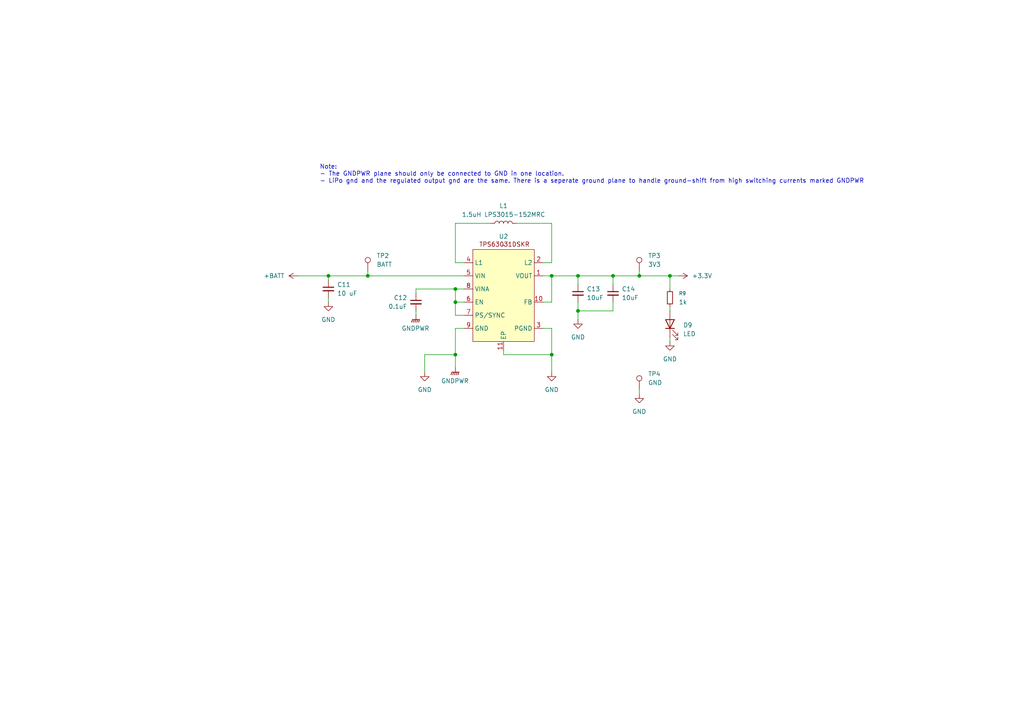
<source format=kicad_sch>
(kicad_sch (version 20250114) (generator "eeschema") (generator_version "9.0")
  (paper "A4")
  (lib_symbols
    (symbol "Connector:TestPoint" (pin_numbers (hide yes)) (pin_names (offset 0.762) (hide yes))
      (property "Reference" "TP" (at 0 6.858 0))
      (property "Value" "TestPoint" (at 0 5.08 0))
      (symbol "TestPoint_0_1"
        (circle (center 0 3.302) (radius 0.762))
      )
      (symbol "TestPoint_1_1"
        (pin passive line (at 0 0 90) (length 2.54) (name "1") (number "1"))
      )
    )
    (symbol "Device:C_Small" (pin_numbers (hide yes)) (pin_names (offset 0.254) (hide yes))
      (property "Reference" "C" (at 0.254 1.778 0))
      (property "Value" "C_Small" (at 0.254 -2.032 0))
      (symbol "C_Small_0_1"
        (polyline (pts (xy -1.524 0.508) (xy 1.524 0.508)) (stroke (width 0.3048)))
        (polyline (pts (xy -1.524 -0.508) (xy 1.524 -0.508)) (stroke (width 0.3302)))
      )
      (symbol "C_Small_1_1"
        (pin passive line (at 0 2.54 270) (length 2.032) (name "~") (number "1"))
        (pin passive line (at 0 -2.54 90) (length 2.032) (name "~") (number "2"))
      )
    )
    (symbol "Device:L" (pin_numbers (hide yes)) (pin_names (offset 1.016) (hide yes))
      (property "Reference" "L" (at -1.27 0 90))
      (property "Value" "L" (at 1.905 0 90))
      (symbol "L_0_1"
        (arc (start 0 2.54) (mid 0.6323 1.905) (end 0 1.27))
        (arc (start 0 1.27) (mid 0.6323 0.635) (end 0 0))
        (arc (start 0 0) (mid 0.6323 -0.635) (end 0 -1.27))
        (arc (start 0 -1.27) (mid 0.6323 -1.905) (end 0 -2.54))
      )
      (symbol "L_1_1"
        (pin passive line (at 0 3.81 270) (length 1.27) (name "1") (number "1"))
        (pin passive line (at 0 -3.81 90) (length 1.27) (name "2") (number "2"))
      )
    )
    (symbol "Device:LED" (pin_numbers (hide yes)) (pin_names (offset 1.016) (hide yes))
      (property "Reference" "D" (at 0 2.54 0))
      (property "Value" "LED" (at 0 -2.54 0))
      (symbol "LED_0_1"
        (polyline (pts (xy -3.048 -0.762) (xy -4.572 -2.286) (xy -3.81 -2.286) (xy -4.572 -2.286) (xy -4.572 -1.524)))
        (polyline (pts (xy -1.778 -0.762) (xy -3.302 -2.286) (xy -2.54 -2.286) (xy -3.302 -2.286) (xy -3.302 -1.524)))
        (polyline (pts (xy -1.27 0) (xy 1.27 0)))
        (polyline (pts (xy -1.27 -1.27) (xy -1.27 1.27)) (stroke (width 0.254)))
        (polyline (pts (xy 1.27 -1.27) (xy 1.27 1.27) (xy -1.27 0) (xy 1.27 -1.27)) (stroke (width 0.254)))
      )
      (symbol "LED_1_1"
        (pin passive line (at -3.81 0 0) (length 2.54) (name "K") (number "1"))
        (pin passive line (at 3.81 0 180) (length 2.54) (name "A") (number "2"))
      )
    )
    (symbol "Device:R_Small" (pin_numbers (hide yes)) (pin_names (offset 0.254) (hide yes))
      (property "Reference" "R" (at 0 0 90))
      (property "Value" "R_Small" (at 1.778 0 90))
      (symbol "R_Small_0_1"
        (rectangle (start -0.762 1.778) (end 0.762 -1.778) (stroke (width 0.2032)))
      )
      (symbol "R_Small_1_1"
        (pin passive line (at 0 2.54 270) (length 0.762) (name "~") (number "1"))
        (pin passive line (at 0 -2.54 90) (length 0.762) (name "~") (number "2"))
      )
    )
    (symbol "power:+3.3V" (power) (pin_numbers (hide yes)) (pin_names (offset 0) (hide yes))
      (property "Value" "+3.3V" (at 0 3.556 0))
      (symbol "+3.3V_0_1"
        (polyline (pts (xy -0.762 1.27) (xy 0 2.54)))
        (polyline (pts (xy 0 2.54) (xy 0.762 1.27)))
        (polyline (pts (xy 0 0) (xy 0 2.54)))
      )
      (symbol "+3.3V_1_1"
        (pin power_in line (at 0 0 90) (length 0) (name "~") (number "1"))
      )
    )
    (symbol "power:+BATT" (power) (pin_numbers (hide yes)) (pin_names (offset 0) (hide yes))
      (property "Value" "+BATT" (at 0 3.556 0))
      (symbol "+BATT_0_1"
        (polyline (pts (xy -0.762 1.27) (xy 0 2.54)))
        (polyline (pts (xy 0 2.54) (xy 0.762 1.27)))
        (polyline (pts (xy 0 0) (xy 0 2.54)))
      )
      (symbol "+BATT_1_1"
        (pin power_in line (at 0 0 90) (length 0) (name "~") (number "1"))
      )
    )
    (symbol "power:GND" (power) (pin_numbers (hide yes)) (pin_names (offset 0) (hide yes))
      (property "Value" "GND" (at 0 -3.81 0))
      (symbol "GND_0_1"
        (polyline (pts (xy 0 0) (xy 0 -1.27) (xy 1.27 -1.27) (xy 0 -2.54) (xy -1.27 -1.27) (xy 0 -1.27)))
      )
      (symbol "GND_1_1"
        (pin power_in line (at 0 0 270) (length 0) (name "~") (number "1"))
      )
    )
    (symbol "power:GNDPWR" (power) (pin_numbers (hide yes)) (pin_names (offset 0) (hide yes))
      (property "Value" "GNDPWR" (at 0 -3.302 0))
      (symbol "GNDPWR_0_1"
        (polyline (pts (xy -1.016 -1.27) (xy -1.27 -2.032) (xy -1.27 -2.032)) (stroke (width 0.2032)))
        (polyline (pts (xy -0.508 -1.27) (xy -0.762 -2.032) (xy -0.762 -2.032)) (stroke (width 0.2032)))
        (polyline (pts (xy 0 -1.27) (xy 0 0)))
        (polyline (pts (xy 0 -1.27) (xy -0.254 -2.032) (xy -0.254 -2.032)) (stroke (width 0.2032)))
        (polyline (pts (xy 0.508 -1.27) (xy 0.254 -2.032) (xy 0.254 -2.032)) (stroke (width 0.2032)))
        (polyline (pts (xy 1.016 -1.27) (xy -1.016 -1.27) (xy -1.016 -1.27)) (stroke (width 0.2032)))
        (polyline (pts (xy 1.016 -1.27) (xy 0.762 -2.032) (xy 0.762 -2.032) (xy 0.762 -2.032)) (stroke (width 0.2032)))
      )
      (symbol "GNDPWR_1_1"
        (pin power_in line (at 0 0 270) (length 0) (name "~") (number "1"))
      )
    )
    (symbol "rocket_datalogger:TPS63031DSKR"
      (property "Reference" "U" (at 6.096 -15.24 0))
      (property "Value" "TPS63031DSKR" (at 0 0 0))
      (symbol "TPS63031DSKR_0_0"
        (pin input line (at -11.43 8.89 0) (length 2.54) (name "L1") (number "4"))
        (pin power_in line (at -11.43 5.08 0) (length 2.54) (name "VIN") (number "5"))
        (pin input line (at -11.43 1.27 0) (length 2.54) (name "VINA") (number "8"))
        (pin input line (at -11.43 -6.35 0) (length 2.54) (name "PS/SYNC") (number "7"))
        (pin unspecified line (at -11.43 -10.16 0) (length 2.54) (name "GND") (number "9"))
        (pin unspecified line (at 0 -16.51 90) (length 2.54) (name "EP") (number "11"))
        (pin input line (at 11.43 8.89 180) (length 2.54) (name "L2") (number "2"))
        (pin power_out line (at 11.43 5.08 180) (length 2.54) (name "VOUT") (number "1"))
        (pin input line (at 11.43 -2.54 180) (length 2.54) (name "FB") (number "10"))
        (pin unspecified line (at 11.43 -10.16 180) (length 2.54) (name "PGND") (number "3"))
      )
      (symbol "TPS63031DSKR_1_0"
        (pin unspecified line (at -11.43 -2.54 0) (length 2.54) (name "EN") (number "6"))
      )
      (symbol "TPS63031DSKR_1_1"
        (rectangle (start -8.89 12.7) (end 8.89 -13.97) (fill (type background)))
        (text "TPS63031DSKR" (at 0.254 14.224 0) (effects (font (size 1.27 1.27))))
      )
    )
  )
  (text "Note: \n- The GNDPWR plane should only be connected to GND in one location.\n- LiPo gnd and the regulated output gnd are the same. There is a seperate ground plane to handle ground-shift from high switching currents marked GNDPWR" (at 92.71 50.546 0) (effects (font (size 1.27 1.27)) (justify left)))
  (junction (at 132.08 83.82))
  (junction (at 160.02 80.01))
  (junction (at 160.02 102.87))
  (junction (at 132.08 102.87))
  (junction (at 167.64 90.17))
  (junction (at 185.42 80.01))
  (junction (at 95.25 80.01))
  (junction (at 177.8 80.01))
  (junction (at 194.31 80.01))
  (junction (at 132.08 87.63))
  (junction (at 167.64 80.01))
  (junction (at 106.68 80.01))
  (wire (pts (xy 132.08 83.82) (xy 134.62 83.82)))
  (wire (pts (xy 120.65 90.17) (xy 120.65 91.44)))
  (wire (pts (xy 157.48 80.01) (xy 160.02 80.01)))
  (wire (pts (xy 167.64 80.01) (xy 177.8 80.01)))
  (wire (pts (xy 86.36 80.01) (xy 95.25 80.01)))
  (wire (pts (xy 157.48 87.63) (xy 160.02 87.63)))
  (wire (pts (xy 132.08 95.25) (xy 134.62 95.25)))
  (wire (pts (xy 194.31 80.01) (xy 196.85 80.01)))
  (wire (pts (xy 95.25 80.01) (xy 95.25 81.28)))
  (wire (pts (xy 132.08 87.63) (xy 132.08 83.82)))
  (wire (pts (xy 167.64 90.17) (xy 167.64 92.71)))
  (wire (pts (xy 132.08 87.63) (xy 134.62 87.63)))
  (wire (pts (xy 95.25 86.36) (xy 95.25 87.63)))
  (wire (pts (xy 167.64 80.01) (xy 167.64 82.55)))
  (wire (pts (xy 185.42 78.74) (xy 185.42 80.01)))
  (wire (pts (xy 132.08 102.87) (xy 132.08 106.68)))
  (wire (pts (xy 160.02 80.01) (xy 160.02 87.63)))
  (wire (pts (xy 194.31 88.9) (xy 194.31 90.17)))
  (wire (pts (xy 146.05 102.87) (xy 160.02 102.87)))
  (wire (pts (xy 185.42 113.03) (xy 185.42 114.3)))
  (wire (pts (xy 167.64 87.63) (xy 167.64 90.17)))
  (wire (pts (xy 123.19 107.95) (xy 123.19 102.87)))
  (wire (pts (xy 149.86 64.77) (xy 160.02 64.77)))
  (wire (pts (xy 106.68 80.01) (xy 95.25 80.01)))
  (wire (pts (xy 160.02 95.25) (xy 157.48 95.25)))
  (wire (pts (xy 177.8 80.01) (xy 185.42 80.01)))
  (wire (pts (xy 167.64 90.17) (xy 177.8 90.17)))
  (wire (pts (xy 106.68 78.74) (xy 106.68 80.01)))
  (wire (pts (xy 120.65 85.09) (xy 120.65 83.82)))
  (wire (pts (xy 160.02 76.2) (xy 157.48 76.2)))
  (wire (pts (xy 160.02 102.87) (xy 160.02 107.95)))
  (wire (pts (xy 177.8 90.17) (xy 177.8 87.63)))
  (wire (pts (xy 134.62 80.01) (xy 106.68 80.01)))
  (wire (pts (xy 123.19 102.87) (xy 132.08 102.87)))
  (wire (pts (xy 134.62 91.44) (xy 132.08 91.44)))
  (wire (pts (xy 120.65 83.82) (xy 132.08 83.82)))
  (wire (pts (xy 132.08 95.25) (xy 132.08 102.87)))
  (wire (pts (xy 177.8 80.01) (xy 177.8 82.55)))
  (wire (pts (xy 142.24 64.77) (xy 132.08 64.77)))
  (wire (pts (xy 194.31 97.79) (xy 194.31 99.06)))
  (wire (pts (xy 160.02 64.77) (xy 160.02 76.2)))
  (wire (pts (xy 160.02 95.25) (xy 160.02 102.87)))
  (wire (pts (xy 160.02 80.01) (xy 167.64 80.01)))
  (wire (pts (xy 132.08 64.77) (xy 132.08 76.2)))
  (wire (pts (xy 194.31 80.01) (xy 194.31 83.82)))
  (wire (pts (xy 132.08 76.2) (xy 134.62 76.2)))
  (wire (pts (xy 146.05 101.6) (xy 146.05 102.87)))
  (wire (pts (xy 185.42 80.01) (xy 194.31 80.01)))
  (wire (pts (xy 132.08 91.44) (xy 132.08 87.63)))
  (symbol (lib_id "power:GND") (at 160.02 107.95 0) (unit 1)
    (property "Reference" "#PWR029" (effects (hide yes)))
    (property "Value" "GND" (at 160.02 113.03 0))
    (property "Description" "Power symbol creates a global label with name \"GND\" , ground" (effects (hide yes)))
  )
  (symbol (lib_id "power:+BATT") (at 86.36 80.01 90) (unit 1)
    (property "Reference" "#PWR024" (effects (hide yes)))
    (property "Value" "+BATT" (at 82.55 80.0099 90) (effects (justify left)))
    (property "Description" "Power symbol creates a global label with name \"+BATT\"" (effects (hide yes)))
  )
  (symbol (lib_id "power:GND") (at 167.64 92.71 0) (unit 1)
    (property "Reference" "#PWR030" (effects (hide yes)))
    (property "Value" "GND" (at 167.64 97.79 0))
    (property "Description" "Power symbol creates a global label with name \"GND\" , ground" (effects (hide yes)))
  )
  (symbol (lib_id "Connector:TestPoint") (at 185.42 78.74 0) (unit 1)
    (property "Reference" "TP3" (at 187.96 74.1679 0) (effects (justify left)))
    (property "Value" "3V3" (at 187.96 76.7079 0) (effects (justify left)))
    (property "Footprint" "TestPoint:TestPoint_Pad_D2.0mm" (effects (hide yes)))
    (property "Description" "test point" (effects (hide yes)))
  )
  (symbol (lib_id "power:GND") (at 194.31 99.06 0) (unit 1)
    (property "Reference" "#PWR032" (effects (hide yes)))
    (property "Value" "GND" (at 194.31 104.14 0))
    (property "Description" "Power symbol creates a global label with name \"GND\" , ground" (effects (hide yes)))
  )
  (symbol (lib_id "power:GNDPWR") (at 132.08 106.68 0) (unit 1)
    (property "Reference" "#PWR028" (effects (hide yes)))
    (property "Value" "GNDPWR" (at 131.953 110.49 0))
    (property "Description" "Power symbol creates a global label with name \"GNDPWR\" , global ground" (effects (hide yes)))
  )
  (symbol (lib_id "power:+3.3V") (at 196.85 80.01 270) (unit 1)
    (property "Reference" "#PWR033" (effects (hide yes)))
    (property "Value" "+3.3V" (at 200.66 80.0099 90) (effects (justify left)))
    (property "Description" "Power symbol creates a global label with name \"+3.3V\"" (effects (hide yes)))
  )
  (symbol (lib_id "power:GNDPWR") (at 120.65 91.44 0) (unit 1)
    (property "Reference" "#PWR026" (effects (hide yes)))
    (property "Value" "GNDPWR" (at 120.523 95.25 0))
    (property "Description" "Power symbol creates a global label with name \"GNDPWR\" , global ground" (effects (hide yes)))
  )
  (symbol (lib_id "Connector:TestPoint") (at 106.68 78.74 0) (unit 1)
    (property "Reference" "TP2" (at 109.22 74.1679 0) (effects (justify left)))
    (property "Value" "BATT" (at 109.22 76.7079 0) (effects (justify left)))
    (property "Footprint" "TestPoint:TestPoint_Pad_D2.0mm" (effects (hide yes)))
    (property "Description" "test point" (effects (hide yes)))
  )
  (symbol (lib_id "Device:L") (at 146.05 64.77 90) (unit 1)
    (property "Reference" "L1" (at 146.05 59.69 90))
    (property "Value" "1.5uH LPS3015-152MRC" (at 146.05 62.23 90))
    (property "Footprint" "Inductor_SMD:L_Coilcraft_LPS3010" (effects (hide yes)))
    (property "Description" "Inductor" (effects (hide yes)))
  )
  (symbol (lib_id "Connector:TestPoint") (at 185.42 113.03 0) (unit 1)
    (property "Reference" "TP4" (at 187.96 108.4579 0) (effects (justify left)))
    (property "Value" "GND" (at 187.96 110.9979 0) (effects (justify left)))
    (property "Footprint" "TestPoint:TestPoint_Pad_D2.0mm" (effects (hide yes)))
    (property "Description" "test point" (effects (hide yes)))
  )
  (symbol (lib_id "Device:C_Small") (at 95.25 83.82 0) (unit 1)
    (property "Reference" "C11" (at 97.79 82.5562 0) (effects (justify left)))
    (property "Value" "10 uF" (at 97.79 85.0962 0) (effects (justify left)))
    (property "Footprint" "Capacitor_SMD:C_0603_1608Metric" (effects (hide yes)))
    (property "Description" "Unpolarized capacitor, small symbol" (effects (hide yes)))
  )
  (symbol (lib_id "Device:R_Small") (at 194.31 86.36 0) (unit 1)
    (property "Reference" "R9" (at 196.85 85.0899 0) (effects (font (size 1.016 1.016)) (justify left)))
    (property "Value" "1k" (at 196.85 87.6299 0) (effects (justify left)))
    (property "Footprint" "Resistor_SMD:R_0603_1608Metric" (effects (hide yes)))
    (property "Description" "Resistor, small symbol" (effects (hide yes)))
  )
  (symbol (lib_id "Device:C_Small") (at 167.64 85.09 0) (unit 1)
    (property "Reference" "C13" (at 170.18 83.8262 0) (effects (justify left)))
    (property "Value" "10uF" (at 170.18 86.3662 0) (effects (justify left)))
    (property "Footprint" "Capacitor_SMD:C_0603_1608Metric" (effects (hide yes)))
    (property "Description" "Unpolarized capacitor, small symbol" (effects (hide yes)))
  )
  (symbol (lib_id "Device:C_Small") (at 120.65 87.63 0) (unit 1)
    (property "Reference" "C12" (at 118.11 86.3662 0) (effects (justify right)))
    (property "Value" "0.1uF" (at 118.11 88.9062 0) (effects (justify right)))
    (property "Footprint" "Capacitor_SMD:C_0603_1608Metric" (effects (hide yes)))
    (property "Description" "Unpolarized capacitor, small symbol" (effects (hide yes)))
  )
  (symbol (lib_id "power:GND") (at 185.42 114.3 0) (unit 1)
    (property "Reference" "#PWR031" (effects (hide yes)))
    (property "Value" "GND" (at 185.42 119.38 0))
    (property "Description" "Power symbol creates a global label with name \"GND\" , ground" (effects (hide yes)))
  )
  (symbol (lib_id "Device:C_Small") (at 177.8 85.09 0) (unit 1)
    (property "Reference" "C14" (at 180.34 83.8262 0) (effects (justify left)))
    (property "Value" "10uF" (at 180.34 86.3662 0) (effects (justify left)))
    (property "Footprint" "Capacitor_SMD:C_0603_1608Metric" (effects (hide yes)))
    (property "Description" "Unpolarized capacitor, small symbol" (effects (hide yes)))
  )
  (symbol (lib_id "rocket_datalogger:TPS63031DSKR") (at 146.05 85.09 0) (unit 1)
    (property "Reference" "U2" (at 146.05 68.58 0))
    (property "Value" "~" (at 146.05 71.12 0))
    (property "Footprint" "rocket_datalogger:DSK0010A" (effects (hide yes)))
    (property "Description" "TPS63031DSKR" (effects (hide yes)))
  )
  (symbol (lib_id "Device:LED") (at 194.31 93.98 90) (unit 1)
    (property "Reference" "D9" (at 198.12 94.2974 90) (effects (justify right)))
    (property "Value" "LED" (at 198.12 96.8374 90) (effects (justify right)))
    (property "Footprint" "LED_SMD:LED_0603_1608Metric" (effects (hide yes)))
    (property "Description" "Light emitting diode" (effects (hide yes)))
    (property "Sim.Pins" "1=K 2=A" (effects (hide yes)))
  )
  (symbol (lib_id "power:GND") (at 95.25 87.63 0) (unit 1)
    (property "Reference" "#PWR025" (effects (hide yes)))
    (property "Value" "GND" (at 95.25 92.71 0))
    (property "Description" "Power symbol creates a global label with name \"GND\" , ground" (effects (hide yes)))
  )
  (symbol (lib_id "power:GND") (at 123.19 107.95 0) (unit 1)
    (property "Reference" "#PWR027" (effects (hide yes)))
    (property "Value" "GND" (at 123.19 113.03 0))
    (property "Description" "Power symbol creates a global label with name \"GND\" , ground" (effects (hide yes)))
  )
)
</source>
